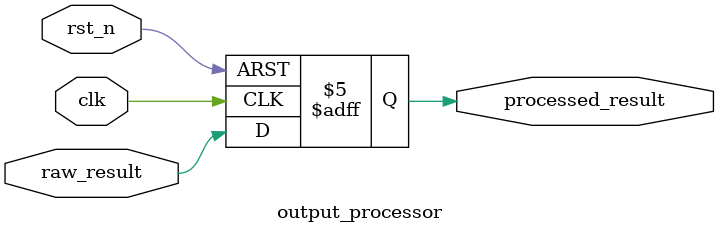
<source format=sv>

module xor_alias #(
    parameter BUFFER_STAGES = 2,     // Configurable buffer depth
    parameter OPTIMIZE_POWER = 1      // Power optimization enable
)(
    input  logic clk,                // System clock
    input  logic rst_n,              // Active-low reset
    input  logic in1,                // First input signal
    input  logic in2,                // Second input signal
    output logic result              // XOR result output
);
    // Internal connection buses
    logic [BUFFER_STAGES:0] in1_pipeline;
    logic [BUFFER_STAGES:0] in2_pipeline;
    logic                   xor_result;
    
    // Signal initialization
    assign in1_pipeline[0] = in1;
    assign in2_pipeline[0] = in2;
    
    // Input conditioning & buffering stage
    input_conditioning #(
        .STAGES(BUFFER_STAGES),
        .OPTIMIZE_POWER(OPTIMIZE_POWER)
    ) input_stage (
        .clk(clk),
        .rst_n(rst_n),
        .raw_in1(in1_pipeline[0]),
        .raw_in2(in2_pipeline[0]),
        .buffered_in1(in1_pipeline[BUFFER_STAGES]),
        .buffered_in2(in2_pipeline[BUFFER_STAGES])
    );
    
    // Logic processing module
    logic_processor logic_stage (
        .logic_in1(in1_pipeline[BUFFER_STAGES]),
        .logic_in2(in2_pipeline[BUFFER_STAGES]),
        .logic_out(xor_result)
    );
    
    // Output processing module
    output_processor output_stage (
        .clk(clk),
        .rst_n(rst_n),
        .raw_result(xor_result),
        .processed_result(result)
    );
    
endmodule

//=================================================================
// Input Conditioning Module - Signal preparation and buffering
//=================================================================
module input_conditioning #(
    parameter STAGES = 2,            // Number of pipeline stages
    parameter OPTIMIZE_POWER = 1     // Power optimization enable
)(
    input  logic clk,                // System clock
    input  logic rst_n,              // Active-low reset
    input  logic raw_in1,            // Raw input 1
    input  logic raw_in2,            // Raw input 2
    output logic buffered_in1,       // Conditioned input 1
    output logic buffered_in2        // Conditioned input 2
);
    // Internal pipeline registers
    logic [STAGES-1:0] in1_pipe;
    logic [STAGES-1:0] in2_pipe;
    
    // Input buffer pipeline implementation
    always_ff @(posedge clk or negedge rst_n) begin
        if (!rst_n) begin
            in1_pipe <= '0;
            in2_pipe <= '0;
        end
        else begin
            // Implement pipeline registers
            for (int i = 0; i < STAGES-1; i++) begin
                in1_pipe[i+1] <= in1_pipe[i];
                in2_pipe[i+1] <= in2_pipe[i];
            end
            
            // First stage receives raw inputs
            in1_pipe[0] <= raw_in1;
            in2_pipe[0] <= raw_in2;
        end
    end
    
    // Clock gating logic for power optimization (simplified)
    logic enable_output;
    
    // Optional power optimization logic
    generate
        if (OPTIMIZE_POWER) begin
            // Only update outputs when values change
            logic prev_in1, prev_in2;
            
            always_ff @(posedge clk or negedge rst_n) begin
                if (!rst_n) begin
                    prev_in1 <= 1'b0;
                    prev_in2 <= 1'b0;
                    enable_output <= 1'b0;
                end
                else begin
                    prev_in1 <= in1_pipe[STAGES-1];
                    prev_in2 <= in2_pipe[STAGES-1];
                    enable_output <= (prev_in1 != in1_pipe[STAGES-1]) || 
                                    (prev_in2 != in2_pipe[STAGES-1]);
                end
            end
            
            // Connect to outputs with power optimization
            assign buffered_in1 = enable_output ? in1_pipe[STAGES-1] : buffered_in1;
            assign buffered_in2 = enable_output ? in2_pipe[STAGES-1] : buffered_in2;
        end
        else begin
            // Direct connection without power optimization
            assign buffered_in1 = in1_pipe[STAGES-1];
            assign buffered_in2 = in2_pipe[STAGES-1];
        end
    endgenerate
    
endmodule

//=================================================================
// Logic Processor Module - Core Logic Implementation
//=================================================================
module logic_processor (
    input  logic logic_in1,          // First input operand
    input  logic logic_in2,          // Second input operand
    output logic logic_out           // Logic result
);
    // Implementation using primitive gates for better performance
    wire nand1_out, nand2_out, nand3_out;
    
    // XOR implemented with NAND gates for improved timing
    nand (nand1_out, logic_in1, logic_in2);
    nand (nand2_out, logic_in1, nand1_out);
    nand (nand3_out, nand1_out, logic_in2);
    nand (logic_out, nand2_out, nand3_out);
    
endmodule

//=================================================================
// Output Processor Module - Signal stabilization and processing
//=================================================================
module output_processor (
    input  logic clk,                // System clock
    input  logic rst_n,              // Active-low reset
    input  logic raw_result,         // Raw computation result
    output logic processed_result    // Processed final output
);
    // Output stabilization register
    always_ff @(posedge clk or negedge rst_n) begin
        if (!rst_n) begin
            processed_result <= 1'b0;
        end
        else begin
            processed_result <= raw_result;
        end
    end
    
endmodule
</source>
